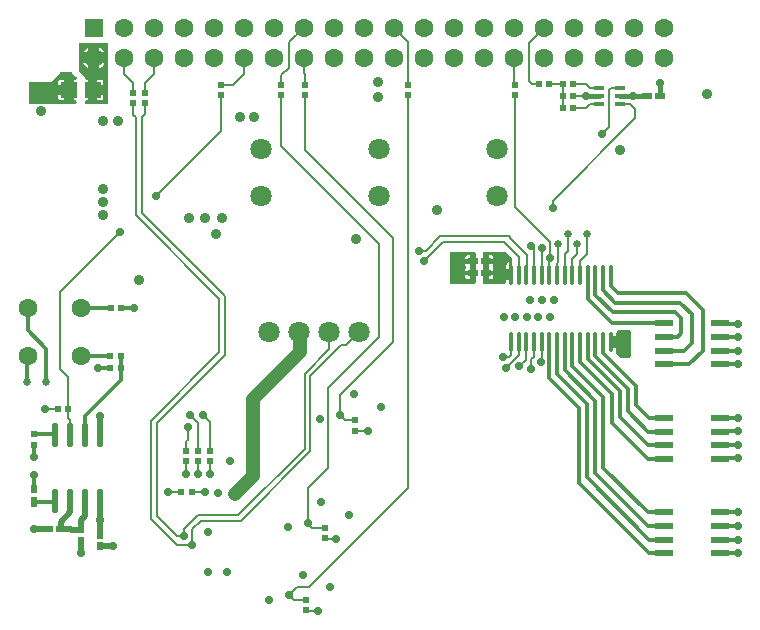
<source format=gtl>
G04 Layer: TopLayer*
G04 EasyEDA v6.5.40, 2024-03-19 00:07:40*
G04 3cfb54e61b884618aacb5dd00d766781,92418ead495845dc98574c5a0a119f62,10*
G04 Gerber Generator version 0.2*
G04 Scale: 100 percent, Rotated: No, Reflected: No *
G04 Dimensions in millimeters *
G04 leading zeros omitted , absolute positions ,4 integer and 5 decimal *
%FSLAX45Y45*%
%MOMM*%

%AMMACRO1*21,1,$1,$2,0,0,$3*%
%ADD10C,0.2000*%
%ADD11C,0.4000*%
%ADD12C,0.3000*%
%ADD13C,0.5400*%
%ADD14C,1.1500*%
%ADD15C,0.3430*%
%ADD16MACRO1,0.54X0.7901X-90.0000*%
%ADD17MACRO1,0.54X0.7901X0.0000*%
%ADD18R,0.5400X0.7901*%
%ADD19MACRO1,0.54X0.5656X90.0000*%
%ADD20MACRO1,1.35X1.41X90.0000*%
%ADD21MACRO1,0.54X0.5656X0.0000*%
%ADD22R,0.5400X0.5657*%
%ADD23R,1.6000X0.6000*%
%ADD24MACRO1,0.54X0.7901X90.0000*%
%ADD25C,0.6350*%
%ADD26O,0.58801X2.0450048*%
%ADD27MACRO1,0.54X0.5656X-90.0000*%
%ADD28O,0.3430016X1.7314926000000002*%
%ADD29R,0.9000X0.4000*%
%ADD30C,1.6000*%
%ADD31MACRO1,1.6X1.6X0.0000*%
%ADD32C,1.8000*%
%ADD33C,0.9000*%
%ADD34C,0.7000*%
%ADD35C,0.0147*%

%LPD*%
G36*
X770178Y4729988D02*
G01*
X766267Y4730750D01*
X762965Y4732985D01*
X760780Y4736287D01*
X760018Y4740148D01*
X760018Y4751832D01*
X760780Y4755692D01*
X762965Y4758994D01*
X766267Y4761230D01*
X770178Y4761992D01*
X783386Y4761992D01*
X783386Y4809896D01*
X770178Y4809896D01*
X766267Y4810658D01*
X762965Y4812842D01*
X760780Y4816144D01*
X760018Y4820056D01*
X760018Y4879949D01*
X760780Y4883810D01*
X762965Y4887112D01*
X766267Y4889296D01*
X770178Y4890109D01*
X783386Y4890109D01*
X783386Y4938014D01*
X770178Y4938014D01*
X766267Y4938776D01*
X762965Y4940960D01*
X760780Y4944262D01*
X760018Y4948174D01*
X760018Y4958994D01*
X759307Y4960721D01*
X712978Y5007000D01*
X710793Y5010302D01*
X709980Y5014214D01*
X709980Y5239816D01*
X710793Y5243728D01*
X712978Y5247030D01*
X716280Y5249214D01*
X720140Y5249976D01*
X949858Y5249976D01*
X953719Y5249214D01*
X957021Y5247030D01*
X959205Y5243728D01*
X960018Y5239816D01*
X960018Y4740148D01*
X959205Y4736287D01*
X957021Y4732985D01*
X953719Y4730750D01*
X949858Y4729988D01*
G37*

%LPC*%
G36*
X866597Y4761992D02*
G01*
X894943Y4761992D01*
X900074Y4762550D01*
X904392Y4764074D01*
X908253Y4766513D01*
X911504Y4769764D01*
X913942Y4773625D01*
X915416Y4777943D01*
X916025Y4783074D01*
X916025Y4809896D01*
X866597Y4809896D01*
G37*
G36*
X866597Y4890109D02*
G01*
X916025Y4890109D01*
X916025Y4916932D01*
X915416Y4922062D01*
X913942Y4926380D01*
X911504Y4930241D01*
X908253Y4933492D01*
X904392Y4935931D01*
X900074Y4937404D01*
X894943Y4938014D01*
X866597Y4938014D01*
G37*
G36*
X790651Y5033975D02*
G01*
X790651Y5076647D01*
X748080Y5076647D01*
X750519Y5071770D01*
X758139Y5060696D01*
X767130Y5050739D01*
X777392Y5042103D01*
X788720Y5034889D01*
G37*
G36*
X883361Y5034076D02*
G01*
X891082Y5038293D01*
X901852Y5046268D01*
X911504Y5055565D01*
X919835Y5066131D01*
X926084Y5076647D01*
X883361Y5076647D01*
G37*
G36*
X748080Y5169357D02*
G01*
X790651Y5169357D01*
X790651Y5212029D01*
X788720Y5211114D01*
X777392Y5203901D01*
X767130Y5195214D01*
X758139Y5185257D01*
X750519Y5174183D01*
G37*
G36*
X883361Y5169357D02*
G01*
X926084Y5169357D01*
X919835Y5179872D01*
X911504Y5190388D01*
X901852Y5199735D01*
X891082Y5207711D01*
X883361Y5211927D01*
G37*

%LPD*%
G36*
X300177Y4729988D02*
G01*
X296265Y4730750D01*
X292963Y4732985D01*
X290779Y4736287D01*
X290017Y4740148D01*
X290017Y4909820D01*
X290779Y4913731D01*
X292963Y4917033D01*
X296265Y4919218D01*
X300177Y4919980D01*
X468985Y4919980D01*
X470712Y4920691D01*
X547014Y4996992D01*
X550316Y4999228D01*
X554228Y4999990D01*
X645769Y4999990D01*
X649681Y4999228D01*
X652983Y4996992D01*
X687019Y4962956D01*
X689203Y4959654D01*
X690016Y4955794D01*
X690016Y4948174D01*
X689203Y4944262D01*
X687019Y4940960D01*
X683717Y4938776D01*
X679856Y4938014D01*
X666597Y4938014D01*
X666597Y4890109D01*
X679856Y4890109D01*
X683717Y4889296D01*
X687019Y4887112D01*
X689203Y4883810D01*
X690016Y4879949D01*
X690016Y4820056D01*
X689203Y4816144D01*
X687019Y4812842D01*
X683717Y4810658D01*
X679856Y4809896D01*
X666597Y4809896D01*
X666597Y4761992D01*
X679856Y4761992D01*
X683717Y4761230D01*
X687019Y4758994D01*
X689203Y4755692D01*
X690016Y4751832D01*
X690016Y4740148D01*
X689203Y4736287D01*
X687019Y4732985D01*
X683717Y4730750D01*
X679856Y4729988D01*
G37*

%LPC*%
G36*
X555091Y4761992D02*
G01*
X583387Y4761992D01*
X583387Y4809896D01*
X534009Y4809896D01*
X534009Y4783074D01*
X534568Y4777943D01*
X536092Y4773625D01*
X538530Y4769764D01*
X541731Y4766513D01*
X545642Y4764074D01*
X549960Y4762550D01*
G37*
G36*
X534009Y4890109D02*
G01*
X583387Y4890109D01*
X583387Y4938014D01*
X555091Y4938014D01*
X549960Y4937404D01*
X545642Y4935931D01*
X541731Y4933492D01*
X538530Y4930241D01*
X536092Y4926380D01*
X534568Y4922062D01*
X534009Y4916932D01*
G37*

%LPD*%
G36*
X4140149Y3210001D02*
G01*
X4136288Y3210763D01*
X4132986Y3212947D01*
X4130751Y3216249D01*
X4129989Y3220161D01*
X4129989Y3469843D01*
X4130751Y3473704D01*
X4132986Y3477006D01*
X4136288Y3479241D01*
X4140149Y3480003D01*
X4316018Y3480003D01*
X4319727Y3479292D01*
X4322927Y3477310D01*
X4376674Y3428034D01*
X4379112Y3424631D01*
X4379976Y3420516D01*
X4379976Y3255111D01*
X4379417Y3251708D01*
X4377690Y3248660D01*
X4375048Y3246424D01*
X4371797Y3245154D01*
X4369562Y3244697D01*
X4361129Y3238804D01*
X4358335Y3237433D01*
X4355287Y3236925D01*
X4324451Y3236925D01*
X4324451Y3220161D01*
X4323638Y3216249D01*
X4321454Y3212947D01*
X4318152Y3210763D01*
X4314291Y3210001D01*
G37*

%LPC*%
G36*
X4180586Y3247085D02*
G01*
X4193438Y3247085D01*
X4199737Y3247796D01*
X4205224Y3249726D01*
X4210100Y3252774D01*
X4214215Y3256889D01*
X4217263Y3261766D01*
X4219194Y3267252D01*
X4219905Y3273552D01*
X4219905Y3280156D01*
X4180586Y3280156D01*
G37*
G36*
X4180586Y3319830D02*
G01*
X4219905Y3319830D01*
X4219905Y3326434D01*
X4219194Y3332734D01*
X4217263Y3338220D01*
X4213606Y3344062D01*
X4212437Y3346653D01*
X4212031Y3350514D01*
X4212437Y3353308D01*
X4213606Y3355898D01*
X4217263Y3361791D01*
X4219194Y3367227D01*
X4219905Y3373577D01*
X4219905Y3380130D01*
X4180586Y3380130D01*
G37*
G36*
X4324451Y3336239D02*
G01*
X4352544Y3336239D01*
X4352544Y3396132D01*
X4348327Y3394506D01*
X4341571Y3390341D01*
X4335678Y3385007D01*
X4330903Y3378657D01*
X4327398Y3371545D01*
X4325213Y3363925D01*
X4324451Y3355543D01*
G37*
G36*
X4180586Y3419856D02*
G01*
X4219905Y3419856D01*
X4219905Y3426409D01*
X4219194Y3432759D01*
X4217263Y3438194D01*
X4214215Y3443122D01*
X4210100Y3447186D01*
X4205224Y3450285D01*
X4199737Y3452164D01*
X4193438Y3452876D01*
X4180586Y3452876D01*
G37*

%LPD*%
G36*
X3860139Y3210001D02*
G01*
X3856278Y3210763D01*
X3852976Y3212947D01*
X3850741Y3216249D01*
X3849979Y3220161D01*
X3849979Y3469843D01*
X3850741Y3473704D01*
X3852976Y3477006D01*
X3856278Y3479241D01*
X3860139Y3480003D01*
X4059834Y3480003D01*
X4063695Y3479241D01*
X4066997Y3477006D01*
X4069232Y3473704D01*
X4069994Y3469843D01*
X4069994Y3220161D01*
X4069232Y3216249D01*
X4066997Y3212947D01*
X4063695Y3210763D01*
X4059834Y3210001D01*
G37*

%LPC*%
G36*
X4006545Y3247085D02*
G01*
X4019397Y3247085D01*
X4019397Y3280156D01*
X3980078Y3280156D01*
X3980078Y3273552D01*
X3980789Y3267252D01*
X3982720Y3261766D01*
X3985768Y3256889D01*
X3989882Y3252774D01*
X3994759Y3249726D01*
X4000246Y3247796D01*
G37*
G36*
X3980078Y3319830D02*
G01*
X4019397Y3319830D01*
X4019397Y3380130D01*
X3980078Y3380130D01*
X3980078Y3373577D01*
X3980789Y3367227D01*
X3982720Y3361791D01*
X3986377Y3355898D01*
X3987546Y3353308D01*
X3987952Y3349498D01*
X3987546Y3346653D01*
X3986377Y3344062D01*
X3982720Y3338220D01*
X3980789Y3332734D01*
X3980078Y3326434D01*
G37*
G36*
X3980078Y3419856D02*
G01*
X4019397Y3419856D01*
X4019397Y3452876D01*
X4006545Y3452876D01*
X4000246Y3452164D01*
X3994759Y3450285D01*
X3989882Y3447186D01*
X3985768Y3443122D01*
X3982720Y3438194D01*
X3980789Y3432759D01*
X3980078Y3426409D01*
G37*

%LPD*%
G36*
X5304180Y2579979D02*
G01*
X5300319Y2580792D01*
X5297017Y2582976D01*
X5256580Y2623413D01*
X5254548Y2626360D01*
X5253634Y2629814D01*
X5253990Y2633370D01*
X5254752Y2636113D01*
X5255564Y2644495D01*
X5255564Y2663799D01*
X5227421Y2663799D01*
X5227421Y2650134D01*
X5226659Y2646273D01*
X5224424Y2642971D01*
X5221122Y2640787D01*
X5217261Y2639974D01*
X5210149Y2639974D01*
X5206238Y2640787D01*
X5202986Y2642971D01*
X5200751Y2646273D01*
X5199989Y2650134D01*
X5199989Y2759811D01*
X5200751Y2763723D01*
X5202986Y2767025D01*
X5206238Y2769209D01*
X5210149Y2769971D01*
X5217261Y2769971D01*
X5221376Y2769108D01*
X5224780Y2766669D01*
X5226862Y2763062D01*
X5255564Y2763062D01*
X5255564Y2776423D01*
X5255920Y2779166D01*
X5256987Y2781655D01*
X5277053Y2815082D01*
X5279288Y2817672D01*
X5282336Y2819400D01*
X5285740Y2820009D01*
X5369814Y2820009D01*
X5373725Y2819196D01*
X5377027Y2817012D01*
X5379212Y2813710D01*
X5379974Y2809849D01*
X5379974Y2590139D01*
X5379212Y2586278D01*
X5377027Y2582976D01*
X5373725Y2580792D01*
X5369814Y2579979D01*
G37*

%LPD*%
D10*
X2625090Y4893310D02*
G01*
X2625090Y4985004D01*
X2614929Y4994910D01*
X2614929Y5122926D01*
X2614929Y5376926D02*
G01*
X2489961Y5251957D01*
X2489961Y5039868D01*
X2424938Y4975097D01*
X2424938Y4893310D01*
X3377006Y5376976D02*
G01*
X3499993Y5253989D01*
X3499993Y4893284D01*
X4399991Y4893284D02*
G01*
X4393006Y4900269D01*
X4393006Y5122976D01*
X4646929Y5376926D02*
G01*
X4519929Y5249926D01*
X4519929Y4929886D01*
X4549902Y4899913D01*
X4606797Y4899913D01*
X4693284Y4899990D02*
G01*
X4806695Y4899990D01*
X4806695Y4899990D02*
G01*
X4806695Y4799990D01*
X4806695Y4799990D02*
G01*
X4806695Y4699990D01*
X4893284Y4899990D02*
G01*
X4999990Y4899990D01*
X5034991Y4864988D01*
X5109997Y4864988D01*
X4893284Y4699990D02*
G01*
X4999990Y4699990D01*
X5034991Y4734991D01*
X5109997Y4734991D01*
D11*
X5109997Y4799990D02*
G01*
X4999990Y4799990D01*
X5289981Y4799990D02*
G01*
X5399989Y4799990D01*
X5399989Y4799990D02*
G01*
X5520486Y4799990D01*
X5629498Y4799992D02*
G01*
X5629986Y4800480D01*
X5629986Y4909997D01*
D10*
X4893284Y4799990D02*
G01*
X4999990Y4799990D01*
D12*
X869950Y2500121D02*
G01*
X976629Y2500121D01*
X1063271Y2500000D02*
G01*
X1063271Y2600002D01*
X976629Y2599944D02*
G01*
X724915Y2599944D01*
X981710Y2999994D02*
G01*
X724992Y2999994D01*
X1068273Y2999994D02*
G01*
X1179997Y2999994D01*
X275003Y2599997D02*
G01*
X270002Y2594996D01*
X270002Y2380005D01*
X329945Y1474470D02*
G01*
X329945Y1590039D01*
X1063244Y2500121D02*
G01*
X1063244Y2393187D01*
X763523Y2093468D01*
X763523Y1927097D01*
X329945Y1846834D02*
G01*
X329945Y1739900D01*
X509498Y1927225D02*
G01*
X503438Y1933285D01*
X329994Y1933285D01*
D13*
X890015Y1210055D02*
G01*
X890523Y1372615D01*
X889998Y1209997D02*
G01*
X889998Y1094511D01*
X889998Y985497D02*
G01*
X894491Y989990D01*
X999997Y989990D01*
X890015Y2089912D02*
G01*
X890523Y1927097D01*
X445515Y1130045D02*
G01*
X329945Y1130045D01*
X554481Y1130045D02*
G01*
X640079Y1130045D01*
X646684Y1123187D01*
X729995Y1123187D01*
X554481Y1130045D02*
G01*
X554481Y1194562D01*
X636523Y1276604D01*
X636523Y1372615D01*
D12*
X509498Y1372743D02*
G01*
X502239Y1365483D01*
X330006Y1365483D01*
D10*
X618236Y2150110D02*
G01*
X618236Y2071623D01*
X636523Y2053589D01*
X636523Y1927097D01*
X531621Y2150110D02*
G01*
X420115Y2150110D01*
D12*
X275084Y2999996D02*
G01*
X275084Y2815084D01*
X429996Y2660172D01*
X429996Y2380005D01*
D13*
X729995Y1123187D02*
G01*
X729995Y1210055D01*
X763523Y1243584D01*
X763523Y1372615D01*
X729995Y1036828D02*
G01*
X729995Y929894D01*
D10*
X1620012Y1706626D02*
G01*
X1620012Y1599945D01*
X1720087Y1706626D02*
G01*
X1720087Y1599945D01*
X1819910Y1706626D02*
G01*
X1819910Y1599945D01*
X1759991Y2099995D02*
G01*
X1819988Y2039998D01*
X1819988Y1793293D01*
X1629994Y1999995D02*
G01*
X1629994Y1890090D01*
X1620012Y1880107D01*
X1620012Y1793242D01*
X1650009Y2099995D02*
G01*
X1719988Y2030016D01*
X1719988Y1793293D01*
X1663265Y1450007D02*
G01*
X1779983Y1450007D01*
X1780006Y1449984D01*
X1576704Y1450007D02*
G01*
X1460014Y1450007D01*
X1459992Y1449984D01*
X1090929Y5122926D02*
G01*
X1090929Y4989068D01*
X1169923Y4910073D01*
X1169923Y4823205D01*
X1344929Y5122926D02*
G01*
X1344929Y4985004D01*
X1270000Y4910073D01*
X1270000Y4823205D01*
X1169923Y4736592D02*
G01*
X1169923Y4640071D01*
X1189989Y4620005D01*
X1189989Y3789934D01*
X1199895Y3780028D01*
X1269997Y3779992D02*
G01*
X1940049Y3110194D01*
X1270000Y3780028D02*
G01*
X1240028Y3810000D01*
X1240028Y4620005D01*
X1270000Y4649978D01*
X1270000Y4736592D01*
X1199895Y3780028D02*
G01*
X1899920Y3080004D01*
X1899920Y2629915D01*
X1320037Y2050034D01*
X1320037Y2050034D02*
G01*
X1319999Y1220000D01*
X1540002Y999997D01*
X1669999Y999997D01*
X1599996Y1070000D02*
G01*
X1539991Y1070000D01*
X1369999Y1239992D01*
X1369999Y2029995D01*
X1949996Y2609992D01*
X1949996Y3100245D01*
X1940049Y3110191D01*
X3049981Y1966721D02*
G01*
X3056707Y1959996D01*
X3159993Y1959996D01*
X3050031Y2053336D02*
G01*
X2966720Y2053336D01*
X2919984Y2100071D01*
X2789986Y1056716D02*
G01*
X2796700Y1050002D01*
X2889991Y1050002D01*
X2789936Y1143254D02*
G01*
X2686811Y1143254D01*
X2649981Y1180084D01*
X2629915Y533400D02*
G01*
X2526791Y533400D01*
X2489961Y569976D01*
X2629992Y446709D02*
G01*
X2636774Y439928D01*
X2729991Y439928D01*
X1670050Y999997D02*
G01*
X1670050Y1130045D01*
X1739900Y1199895D01*
X2080006Y1199895D01*
X2670047Y1789937D01*
X2670047Y2430018D01*
X2929890Y2690113D01*
X2971038Y2690113D01*
X3081020Y2800095D01*
X1599945Y1070102D02*
G01*
X1599945Y1130045D01*
X1720087Y1249934D01*
X2059940Y1249934D01*
X2620009Y1810004D01*
X2620009Y2446020D01*
X2827020Y2653029D01*
X2827020Y2800095D01*
D14*
X2573020Y2800095D02*
G01*
X2579877Y2792984D01*
X2579877Y2629915D01*
X2180081Y2230120D01*
X2180081Y1579879D01*
X2029968Y1430020D01*
D10*
X2489995Y569998D02*
G01*
X2559994Y639998D01*
X2659994Y639998D01*
X3499993Y1479997D01*
X3499993Y4806695D01*
X2919984Y2100071D02*
G01*
X2919984Y2269997D01*
X3370072Y2720086D01*
X3370072Y3599942D01*
X2625090Y4344923D01*
X2625090Y4806695D01*
X4952504Y3286559D02*
G01*
X4952504Y3402507D01*
X5009997Y3460003D01*
X5009997Y3629964D01*
X4822502Y3286559D02*
G01*
X4822502Y3462505D01*
X4850002Y3490005D01*
X4850002Y3629964D01*
X4887503Y3286559D02*
G01*
X4887503Y3417509D01*
X4929987Y3459993D01*
X4929987Y3549954D01*
X4432548Y2713484D02*
G01*
X4432548Y2602555D01*
X4329988Y2499995D01*
X4367535Y2713484D02*
G01*
X4367535Y2607561D01*
X4349960Y2589987D01*
X4299991Y2589987D01*
X4497577Y2713481D02*
G01*
X4497577Y2567431D01*
X4439920Y2510028D01*
X4562599Y2713484D02*
G01*
X4562599Y2592603D01*
X4539995Y2570002D01*
X4539995Y2489987D01*
X4627476Y2713403D02*
G01*
X4627476Y2557477D01*
X4619980Y2549982D01*
D15*
X5017515Y2713481D02*
G01*
X5017515Y2572512D01*
X5290058Y2299970D01*
X5290058Y2080005D01*
X5528056Y1842007D01*
X5659881Y1842007D01*
X5082540Y2713481D02*
G01*
X5082540Y2597404D01*
X5359908Y2320036D01*
X5359908Y2130044D01*
X5531865Y1958086D01*
X5659881Y1958086D01*
X5147563Y2713481D02*
G01*
X5147563Y2622550D01*
X5430011Y2340102D01*
X5430011Y2180081D01*
X5535929Y2073910D01*
X5659881Y2073910D01*
X4952491Y2713481D02*
G01*
X4952491Y2547365D01*
X5219954Y2279904D01*
X5219954Y2029968D01*
X5523991Y1725929D01*
X5659881Y1725929D01*
X4692395Y2713481D02*
G01*
X4692395Y2407412D01*
X4940045Y2160015D01*
X4940045Y1519936D01*
X5533897Y926084D01*
X5659881Y926084D01*
X4822443Y2713481D02*
G01*
X4822443Y2477515D01*
X5080000Y2219960D01*
X5080000Y1610105D01*
X5531865Y1157986D01*
X5659881Y1157986D01*
X4887468Y2713481D02*
G01*
X4887468Y2512568D01*
X5150104Y2249931D01*
X5150104Y1649984D01*
X5526024Y1274063D01*
X5659881Y1274063D01*
X4757420Y2713481D02*
G01*
X4757420Y2442463D01*
X5009895Y2189987D01*
X5009895Y1569973D01*
X5537961Y1041907D01*
X5659881Y1041907D01*
X5147563Y3286505D02*
G01*
X5147563Y3152394D01*
X5249925Y3050031D01*
X5800090Y3050031D01*
X5899911Y2949955D01*
X5899911Y2709926D01*
X5832093Y2642107D01*
X5659881Y2642107D01*
X5082540Y3286505D02*
G01*
X5082540Y3117342D01*
X5230113Y2970021D01*
X5759958Y2970021D01*
X5809995Y2919984D01*
X5809995Y2789936D01*
X5777991Y2757931D01*
X5659881Y2757931D01*
X5017515Y3286505D02*
G01*
X5017515Y3082544D01*
X5226050Y2874010D01*
X5659881Y2874010D01*
D10*
X4699990Y3429990D02*
G01*
X4699990Y3559987D01*
X4399991Y3859987D01*
X4399991Y4806695D01*
D15*
X5212588Y3286505D02*
G01*
X5212588Y3187445D01*
X5269991Y3130042D01*
X5849874Y3130042D01*
X5990081Y2990087D01*
X5990081Y2639821D01*
X5876036Y2526029D01*
X5659881Y2526029D01*
X6139992Y2873984D02*
G01*
X6143983Y2869994D01*
X6289987Y2869994D01*
X6139941Y2757931D02*
G01*
X6290056Y2759963D01*
X6139941Y2642107D02*
G01*
X6290056Y2640076D01*
X6139992Y2526004D02*
G01*
X6143983Y2529994D01*
X6289987Y2529994D01*
X6139992Y2073986D02*
G01*
X6143983Y2069995D01*
X6289987Y2069995D01*
X6139941Y1958086D02*
G01*
X6290056Y1960118D01*
X6139941Y1842007D02*
G01*
X6290056Y1839976D01*
X6139992Y1726006D02*
G01*
X6143983Y1729996D01*
X6289987Y1729996D01*
X6139992Y1273987D02*
G01*
X6146002Y1279997D01*
X6289987Y1279997D01*
X6139941Y1157986D02*
G01*
X6290056Y1160018D01*
X6139941Y1041907D02*
G01*
X6290056Y1039876D01*
X6139992Y926007D02*
G01*
X6143983Y929998D01*
X6289987Y929998D01*
D10*
X1359915Y3949954D02*
G01*
X1910079Y4499863D01*
X1910079Y4806695D01*
X2106929Y5122926D02*
G01*
X2106929Y4987036D01*
X2013204Y4893310D01*
X1910079Y4893310D01*
X618236Y2150110D02*
G01*
X618236Y2421636D01*
X549910Y2489962D01*
X549910Y3139947D01*
X1059942Y3649979D01*
X5139994Y4480001D02*
G01*
X5199992Y4539998D01*
X5199992Y4849992D01*
X5214988Y4864986D01*
X5289984Y4864986D01*
X4720081Y3849878D02*
G01*
X4720081Y3910076D01*
X5420106Y4610100D01*
X5420106Y4690110D01*
X5374893Y4735068D01*
X5290058Y4735068D01*
X4629988Y3510000D02*
G01*
X4627377Y3507389D01*
X4627377Y3286503D01*
X4757420Y3286505D02*
G01*
X4757420Y3377437D01*
X4769865Y3389884D01*
X4769865Y3549904D01*
X4699990Y3429990D02*
G01*
X4692477Y3422477D01*
X4692477Y3286559D01*
X4539995Y3530092D02*
G01*
X4562602Y3507486D01*
X4562602Y3286505D01*
X2649981Y1180084D02*
G01*
X2649981Y1480057D01*
X2819908Y1649984D01*
X2819908Y2329942D01*
X3249929Y2759963D01*
X3249929Y3549904D01*
X2424938Y4374895D01*
X2424938Y4806695D01*
X4507484Y3286505D02*
G01*
X4507484Y3452368D01*
X4369815Y3590036D01*
X3769868Y3610102D02*
G01*
X3649979Y3489960D01*
X3590036Y3489960D01*
X4432554Y3286505D02*
G01*
X4432554Y3437381D01*
X4340097Y3530092D01*
X3789934Y3560063D02*
G01*
X3629913Y3400044D01*
X4369815Y3590036D02*
G01*
X4349750Y3610102D01*
X3769868Y3610102D01*
X4340097Y3530092D02*
G01*
X4310125Y3560063D01*
X3789934Y3560063D01*
D16*
G01*
X5520484Y4799990D03*
G01*
X5629495Y4799990D03*
D17*
G01*
X889998Y1094503D03*
D18*
G01*
X889990Y985494D03*
D19*
G01*
X1063280Y2599994D03*
G01*
X976715Y2599994D03*
G01*
X1068282Y2999993D03*
G01*
X981716Y2999993D03*
D20*
G01*
X825002Y4849990D03*
G01*
X624997Y4849990D03*
D21*
G01*
X2789991Y1143285D03*
D22*
G01*
X2789986Y1056716D03*
D23*
G01*
X5659983Y2873984D03*
G01*
X5659983Y2758008D03*
G01*
X5659983Y2642006D03*
G01*
X5659983Y2526004D03*
G01*
X6139992Y2526004D03*
G01*
X6139992Y2642006D03*
G01*
X6139992Y2758008D03*
G01*
X6139992Y2873984D03*
D17*
G01*
X329999Y1365491D03*
D18*
G01*
X329996Y1474495D03*
D24*
G01*
X554504Y1129997D03*
G01*
X445493Y1129997D03*
D25*
G01*
X270002Y2380005D03*
G01*
X429996Y2380005D03*
D26*
G01*
X890498Y1927225D03*
G01*
X763498Y1927225D03*
G01*
X636498Y1927225D03*
G01*
X509498Y1927225D03*
G01*
X890498Y1372743D03*
G01*
X763498Y1372743D03*
G01*
X636498Y1372743D03*
G01*
X509498Y1372743D03*
D21*
G01*
X2424996Y4893273D03*
D22*
G01*
X2424988Y4806695D03*
D21*
G01*
X4399991Y4806707D03*
D22*
G01*
X4399991Y4893284D03*
D27*
G01*
X4606707Y4899990D03*
G01*
X4693273Y4899990D03*
D21*
G01*
X3499993Y4893273D03*
D22*
G01*
X3499993Y4806695D03*
D21*
G01*
X1819996Y1706713D03*
D22*
G01*
X1819986Y1793290D03*
D27*
G01*
X1576713Y1449997D03*
G01*
X1663279Y1449997D03*
D21*
G01*
X1619996Y1793279D03*
D22*
G01*
X1619986Y1706702D03*
D21*
G01*
X1719996Y1793279D03*
D22*
G01*
X1719986Y1706702D03*
D21*
G01*
X3049993Y2053278D03*
D22*
G01*
X3049981Y1966721D03*
D21*
G01*
X2629994Y533281D03*
D22*
G01*
X2629992Y446709D03*
D27*
G01*
X4806707Y4699990D03*
G01*
X4893273Y4699990D03*
D19*
G01*
X4893273Y4899990D03*
G01*
X4806707Y4899990D03*
D27*
G01*
X4806707Y4799990D03*
G01*
X4893273Y4799990D03*
G01*
X976715Y2499994D03*
G01*
X1063280Y2499994D03*
D21*
G01*
X329999Y1933279D03*
D22*
G01*
X329996Y1846706D03*
D21*
G01*
X729998Y1036714D03*
D22*
G01*
X729995Y1123289D03*
D19*
G01*
X618280Y2149995D03*
G01*
X531714Y2149995D03*
D24*
G01*
X4154497Y3299993D03*
G01*
X4045485Y3299993D03*
G01*
X4154497Y3399993D03*
G01*
X4045485Y3399993D03*
D23*
G01*
X5659983Y1273987D03*
G01*
X5659983Y1158011D03*
G01*
X5659983Y1042009D03*
G01*
X5659983Y926007D03*
G01*
X6139992Y926007D03*
G01*
X6139992Y1042009D03*
G01*
X6139992Y1158011D03*
G01*
X6139992Y1273987D03*
G01*
X5659983Y2073986D03*
G01*
X5659983Y1958009D03*
G01*
X5659983Y1842007D03*
G01*
X5659983Y1726006D03*
G01*
X6139992Y1726006D03*
G01*
X6139992Y1842007D03*
G01*
X6139992Y1958009D03*
G01*
X6139992Y2073986D03*
D21*
G01*
X1169997Y4823273D03*
D22*
G01*
X1170000Y4736719D03*
D21*
G01*
X1269997Y4823273D03*
D22*
G01*
X1270000Y4736719D03*
D21*
G01*
X1909996Y4806707D03*
D22*
G01*
X1910003Y4893284D03*
D21*
G01*
X2624993Y4806707D03*
D22*
G01*
X2624988Y4893284D03*
D25*
G01*
X4769993Y3549954D03*
G01*
X4850002Y3629964D03*
G01*
X4929987Y3549954D03*
G01*
X5009997Y3629964D03*
D28*
G01*
X4367479Y2713405D03*
G01*
X4432477Y2713405D03*
G01*
X4497476Y2713405D03*
G01*
X4562475Y2713405D03*
G01*
X4627473Y2713405D03*
G01*
X4692472Y2713405D03*
G01*
X4757496Y2713405D03*
G01*
X4822494Y2713405D03*
G01*
X4887493Y2713405D03*
G01*
X4952491Y2713405D03*
G01*
X5017490Y2713405D03*
G01*
X5082489Y2713405D03*
G01*
X5147487Y2713405D03*
G01*
X5212486Y2713405D03*
G01*
X4367479Y3286556D03*
G01*
X4432477Y3286556D03*
G01*
X4497476Y3286556D03*
G01*
X4562475Y3286556D03*
G01*
X4627473Y3286556D03*
G01*
X4692472Y3286556D03*
G01*
X4757496Y3286556D03*
G01*
X4822494Y3286556D03*
G01*
X4887493Y3286556D03*
G01*
X4952491Y3286556D03*
G01*
X5017490Y3286556D03*
G01*
X5082489Y3286556D03*
G01*
X5147487Y3286556D03*
G01*
X5212486Y3286556D03*
D29*
G01*
X5109997Y4799990D03*
G01*
X5109997Y4734991D03*
G01*
X5289981Y4734991D03*
G01*
X5289981Y4799990D03*
G01*
X5289981Y4864988D03*
G01*
X5109997Y4864988D03*
D30*
G01*
X5663006Y5122976D03*
G01*
X5663006Y5376976D03*
G01*
X5409006Y5122976D03*
G01*
X5409006Y5376976D03*
G01*
X5155006Y5122976D03*
G01*
X5155006Y5376976D03*
G01*
X4901006Y5122976D03*
G01*
X4901006Y5376976D03*
G01*
X4647006Y5122976D03*
G01*
X4647006Y5376976D03*
G01*
X4393006Y5122976D03*
G01*
X4393006Y5376976D03*
G01*
X4139006Y5122976D03*
G01*
X4139006Y5376976D03*
G01*
X3885006Y5122976D03*
G01*
X3885006Y5376976D03*
G01*
X3631006Y5122976D03*
G01*
X3631006Y5376976D03*
G01*
X3377006Y5122976D03*
G01*
X3377006Y5376976D03*
G01*
X3123006Y5122976D03*
G01*
X3123006Y5376976D03*
G01*
X2869006Y5122976D03*
G01*
X2869006Y5376976D03*
G01*
X2615006Y5122976D03*
G01*
X2615006Y5376976D03*
G01*
X2361006Y5122976D03*
G01*
X2361006Y5376976D03*
G01*
X2107006Y5122976D03*
G01*
X2107006Y5376976D03*
G01*
X1853006Y5122976D03*
G01*
X1853006Y5376976D03*
G01*
X1599006Y5122976D03*
G01*
X1599006Y5376976D03*
G01*
X1345006Y5122976D03*
G01*
X1345006Y5376976D03*
G01*
X1091006Y5122976D03*
G01*
X1091006Y5376976D03*
G01*
X837006Y5122976D03*
D31*
G01*
X836993Y5376989D03*
D30*
G01*
X724992Y2999994D03*
G01*
X275005Y2999994D03*
G01*
X724992Y2599994D03*
G01*
X275005Y2599994D03*
D32*
G01*
X2250008Y4349978D03*
G01*
X2250008Y3949979D03*
G01*
X3250006Y4349978D03*
G01*
X3250006Y3949979D03*
G01*
X4250004Y4349978D03*
G01*
X4250004Y3949979D03*
G01*
X2318994Y2799969D03*
G01*
X2572994Y2799969D03*
G01*
X2826994Y2799969D03*
G01*
X3080994Y2799969D03*
D33*
G01*
X459994Y4829987D03*
G01*
X350012Y4829987D03*
G01*
X3239998Y4919979D03*
G01*
X3239998Y4789982D03*
G01*
X910005Y4009999D03*
G01*
X910005Y3899992D03*
G01*
X910005Y3789984D03*
G01*
X1640001Y3769995D03*
G01*
X1780006Y3769995D03*
G01*
X1919986Y3769995D03*
G01*
X389991Y4669993D03*
G01*
X1040003Y4589983D03*
G01*
X914400Y4590034D03*
G01*
X2069998Y4619980D03*
G01*
X2189988Y4619980D03*
G01*
X1219987Y3239998D03*
G01*
X6029985Y4819980D03*
G01*
X5289981Y4339996D03*
G01*
X1869998Y3629990D03*
G01*
X3059988Y3589985D03*
G01*
X3739997Y3829989D03*
D34*
G01*
X4999990Y4799990D03*
G01*
X5399989Y4799990D03*
G01*
X5629986Y4909997D03*
G01*
X5139994Y4480001D03*
G01*
X1180007Y2999994D03*
G01*
X870000Y2499995D03*
G01*
X329945Y1739900D03*
G01*
X329945Y1590039D03*
G01*
X889990Y1210005D03*
G01*
X999997Y989990D03*
G01*
X329996Y1129995D03*
G01*
X889990Y2089988D03*
G01*
X419988Y2149982D03*
G01*
X729995Y929995D03*
G01*
X1629994Y1999995D03*
G01*
X1650009Y2099995D03*
G01*
X1759991Y2099995D03*
G01*
X1620012Y1599945D03*
G01*
X1720087Y1599945D03*
G01*
X1819910Y1599945D03*
G01*
X1780006Y1449984D03*
G01*
X1459992Y1449984D03*
G01*
X1798929Y1109802D03*
G01*
X1799996Y770001D03*
G01*
X1959990Y770001D03*
G01*
X1889988Y1440002D03*
G01*
X1989988Y1710004D03*
G01*
X1669999Y999997D03*
G01*
X1599996Y1070000D03*
G01*
X3159988Y1959990D03*
G01*
X3039999Y2280005D03*
G01*
X2889986Y1050010D03*
G01*
X2759989Y1359992D03*
G01*
X3264509Y2169337D03*
G01*
X2994507Y1252448D03*
G01*
X2729991Y439928D03*
G01*
X2319985Y529996D03*
G01*
X2610002Y740003D03*
G01*
X2834513Y638759D03*
G01*
X2919984Y2099995D03*
G01*
X2650007Y1180007D03*
G01*
X2489987Y570001D03*
G01*
X2029993Y1429994D03*
G01*
X4729988Y3070097D03*
G01*
X4629911Y3070097D03*
G01*
X4529988Y3069996D03*
G01*
X4700015Y2929889D03*
G01*
X4599940Y2929889D03*
G01*
X4499990Y2929991D03*
G01*
X4400041Y2929889D03*
G01*
X4309999Y2929991D03*
G01*
X4539995Y3529990D03*
G01*
X4629988Y3510000D03*
G01*
X4699990Y3429990D03*
G01*
X4619980Y2549982D03*
G01*
X4539995Y2489987D03*
G01*
X4439996Y2510002D03*
G01*
X4329988Y2499995D03*
G01*
X4299991Y2589987D03*
G01*
X6289979Y2869996D03*
G01*
X6290056Y2759963D03*
G01*
X6289979Y929995D03*
G01*
X6290056Y1039876D03*
G01*
X6290056Y1160018D03*
G01*
X6289979Y1280007D03*
G01*
X6289979Y1729994D03*
G01*
X6290056Y1839976D03*
G01*
X6290056Y1960118D03*
G01*
X6289979Y2069998D03*
G01*
X6290056Y2640076D03*
G01*
X6289979Y2529992D03*
D33*
G01*
X5319979Y2759989D03*
G01*
X5319979Y2649981D03*
G01*
X4269993Y3289985D03*
G01*
X4269993Y3410000D03*
G01*
X3919981Y3410000D03*
G01*
X3919981Y3289985D03*
D34*
G01*
X3589985Y3489985D03*
G01*
X3629990Y3399993D03*
G01*
X1059992Y3649979D03*
G01*
X1359992Y3949979D03*
G01*
X4719980Y3849979D03*
G01*
X2480005Y1149985D03*
G01*
X2750007Y2059990D03*
M02*

</source>
